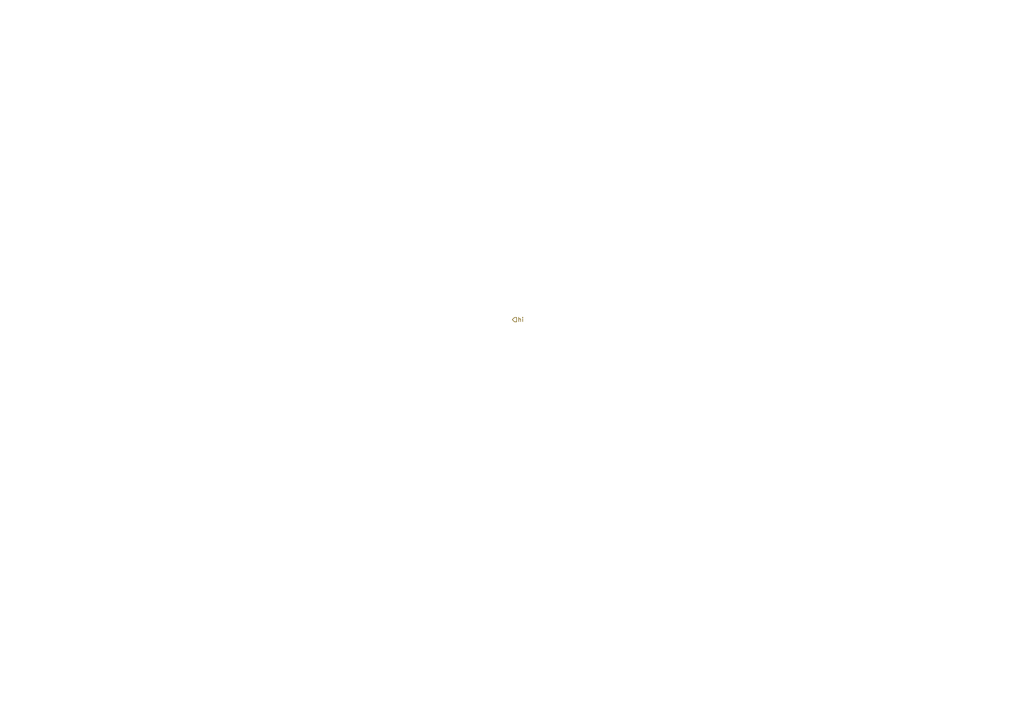
<source format=kicad_sch>
(kicad_sch (version 20230121) (generator eeschema)
  (paper "A4")
  (lib_symbols)
  (hierarchical_label "hi" (shape input) (at 148.59 92.71 0))
)
</source>
